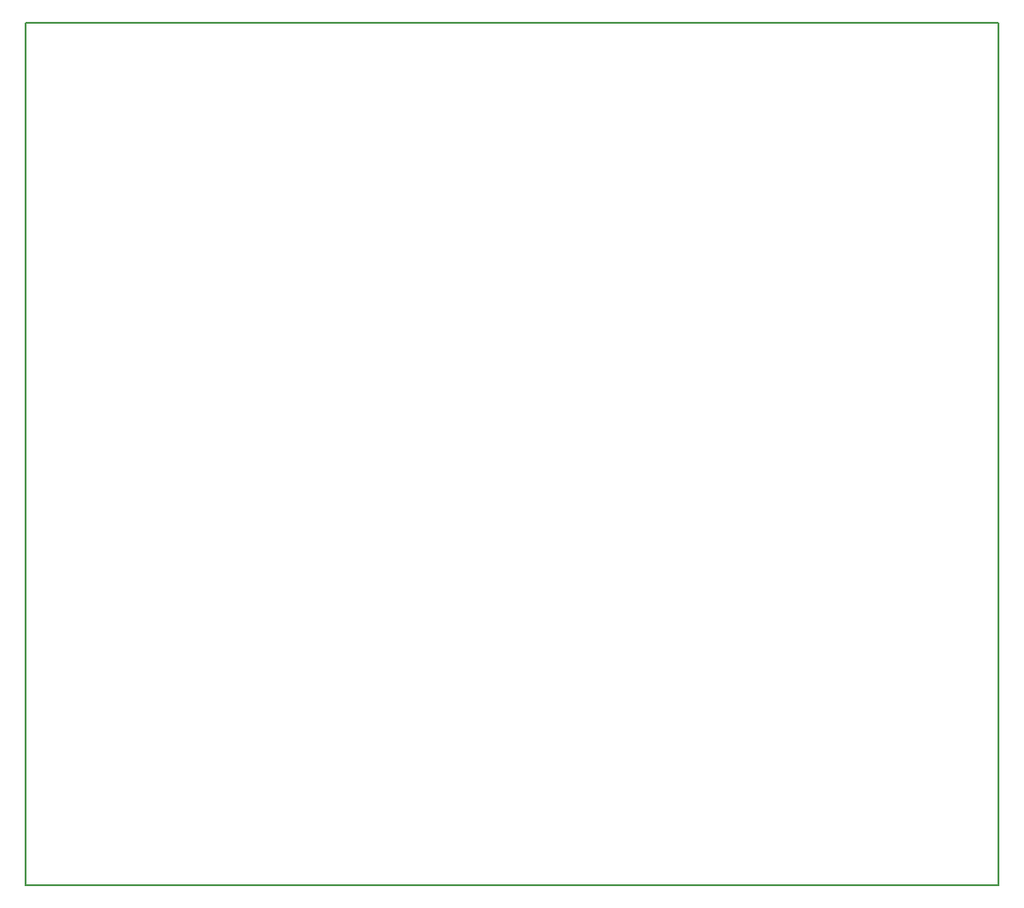
<source format=gm1>
G04 #@! TF.GenerationSoftware,KiCad,Pcbnew,(5.1.9)-1*
G04 #@! TF.CreationDate,2021-05-03T12:15:15+12:00*
G04 #@! TF.ProjectId,Mobile robot electronics,4d6f6269-6c65-4207-926f-626f7420656c,rev?*
G04 #@! TF.SameCoordinates,Original*
G04 #@! TF.FileFunction,Profile,NP*
%FSLAX46Y46*%
G04 Gerber Fmt 4.6, Leading zero omitted, Abs format (unit mm)*
G04 Created by KiCad (PCBNEW (5.1.9)-1) date 2021-05-03 12:15:15*
%MOMM*%
%LPD*%
G01*
G04 APERTURE LIST*
G04 #@! TA.AperFunction,Profile*
%ADD10C,0.200000*%
G04 #@! TD*
G04 APERTURE END LIST*
D10*
X123190000Y-35560000D02*
X123190000Y-115570000D01*
X33020000Y-35560000D02*
X123190000Y-35560000D01*
X33020000Y-115570000D02*
X33020000Y-35560000D01*
X123190000Y-115570000D02*
X33020000Y-115570000D01*
M02*

</source>
